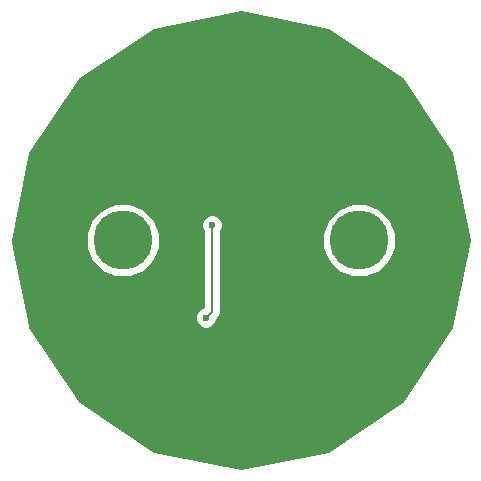
<source format=gbr>
G04 #@! TF.FileFunction,Copper,L2,Bot,Signal*
%FSLAX46Y46*%
G04 Gerber Fmt 4.6, Leading zero omitted, Abs format (unit mm)*
G04 Created by KiCad (PCBNEW 4.0.4-stable) date 03/19/18 23:17:59*
%MOMM*%
%LPD*%
G01*
G04 APERTURE LIST*
%ADD10C,0.100000*%
%ADD11C,5.000000*%
%ADD12C,0.600000*%
%ADD13C,0.200000*%
%ADD14C,0.254000*%
G04 APERTURE END LIST*
D10*
D11*
X110000000Y-100000000D03*
X90000000Y-100000000D03*
D12*
X97050000Y-106560000D03*
X97570000Y-98720000D03*
X104430000Y-106430000D03*
X93440000Y-94350000D03*
D13*
X97050000Y-106560000D02*
X97570000Y-106040000D01*
X97570000Y-106040000D02*
X97570000Y-98720000D01*
D14*
G36*
X107381963Y-82178364D02*
X113640090Y-86359910D01*
X117821636Y-92618037D01*
X119290000Y-100000000D01*
X117821636Y-107381963D01*
X113640090Y-113640090D01*
X107381963Y-117821636D01*
X100000000Y-119290000D01*
X92618037Y-117821636D01*
X86359910Y-113640090D01*
X82178364Y-107381963D01*
X82051698Y-106745167D01*
X96114838Y-106745167D01*
X96256883Y-107088943D01*
X96519673Y-107352192D01*
X96863201Y-107494838D01*
X97235167Y-107495162D01*
X97578943Y-107353117D01*
X97842192Y-107090327D01*
X97984838Y-106746799D01*
X97984910Y-106664537D01*
X98089723Y-106559724D01*
X98249051Y-106321272D01*
X98305000Y-106040000D01*
X98305000Y-100620854D01*
X106864457Y-100620854D01*
X107340727Y-101773515D01*
X108221847Y-102656174D01*
X109373674Y-103134454D01*
X110620854Y-103135543D01*
X111773515Y-102659273D01*
X112656174Y-101778153D01*
X113134454Y-100626326D01*
X113135543Y-99379146D01*
X112659273Y-98226485D01*
X111778153Y-97343826D01*
X110626326Y-96865546D01*
X109379146Y-96864457D01*
X108226485Y-97340727D01*
X107343826Y-98221847D01*
X106865546Y-99373674D01*
X106864457Y-100620854D01*
X98305000Y-100620854D01*
X98305000Y-99307419D01*
X98362192Y-99250327D01*
X98504838Y-98906799D01*
X98505162Y-98534833D01*
X98363117Y-98191057D01*
X98100327Y-97927808D01*
X97756799Y-97785162D01*
X97384833Y-97784838D01*
X97041057Y-97926883D01*
X96777808Y-98189673D01*
X96635162Y-98533201D01*
X96634838Y-98905167D01*
X96776883Y-99248943D01*
X96835000Y-99307162D01*
X96835000Y-105637165D01*
X96521057Y-105766883D01*
X96257808Y-106029673D01*
X96115162Y-106373201D01*
X96114838Y-106745167D01*
X82051698Y-106745167D01*
X80833496Y-100620854D01*
X86864457Y-100620854D01*
X87340727Y-101773515D01*
X88221847Y-102656174D01*
X89373674Y-103134454D01*
X90620854Y-103135543D01*
X91773515Y-102659273D01*
X92656174Y-101778153D01*
X93134454Y-100626326D01*
X93135543Y-99379146D01*
X92659273Y-98226485D01*
X91778153Y-97343826D01*
X90626326Y-96865546D01*
X89379146Y-96864457D01*
X88226485Y-97340727D01*
X87343826Y-98221847D01*
X86865546Y-99373674D01*
X86864457Y-100620854D01*
X80833496Y-100620854D01*
X80710000Y-100000000D01*
X82178364Y-92618037D01*
X86359910Y-86359910D01*
X92618037Y-82178364D01*
X100000000Y-80710000D01*
X107381963Y-82178364D01*
X107381963Y-82178364D01*
G37*
X107381963Y-82178364D02*
X113640090Y-86359910D01*
X117821636Y-92618037D01*
X119290000Y-100000000D01*
X117821636Y-107381963D01*
X113640090Y-113640090D01*
X107381963Y-117821636D01*
X100000000Y-119290000D01*
X92618037Y-117821636D01*
X86359910Y-113640090D01*
X82178364Y-107381963D01*
X82051698Y-106745167D01*
X96114838Y-106745167D01*
X96256883Y-107088943D01*
X96519673Y-107352192D01*
X96863201Y-107494838D01*
X97235167Y-107495162D01*
X97578943Y-107353117D01*
X97842192Y-107090327D01*
X97984838Y-106746799D01*
X97984910Y-106664537D01*
X98089723Y-106559724D01*
X98249051Y-106321272D01*
X98305000Y-106040000D01*
X98305000Y-100620854D01*
X106864457Y-100620854D01*
X107340727Y-101773515D01*
X108221847Y-102656174D01*
X109373674Y-103134454D01*
X110620854Y-103135543D01*
X111773515Y-102659273D01*
X112656174Y-101778153D01*
X113134454Y-100626326D01*
X113135543Y-99379146D01*
X112659273Y-98226485D01*
X111778153Y-97343826D01*
X110626326Y-96865546D01*
X109379146Y-96864457D01*
X108226485Y-97340727D01*
X107343826Y-98221847D01*
X106865546Y-99373674D01*
X106864457Y-100620854D01*
X98305000Y-100620854D01*
X98305000Y-99307419D01*
X98362192Y-99250327D01*
X98504838Y-98906799D01*
X98505162Y-98534833D01*
X98363117Y-98191057D01*
X98100327Y-97927808D01*
X97756799Y-97785162D01*
X97384833Y-97784838D01*
X97041057Y-97926883D01*
X96777808Y-98189673D01*
X96635162Y-98533201D01*
X96634838Y-98905167D01*
X96776883Y-99248943D01*
X96835000Y-99307162D01*
X96835000Y-105637165D01*
X96521057Y-105766883D01*
X96257808Y-106029673D01*
X96115162Y-106373201D01*
X96114838Y-106745167D01*
X82051698Y-106745167D01*
X80833496Y-100620854D01*
X86864457Y-100620854D01*
X87340727Y-101773515D01*
X88221847Y-102656174D01*
X89373674Y-103134454D01*
X90620854Y-103135543D01*
X91773515Y-102659273D01*
X92656174Y-101778153D01*
X93134454Y-100626326D01*
X93135543Y-99379146D01*
X92659273Y-98226485D01*
X91778153Y-97343826D01*
X90626326Y-96865546D01*
X89379146Y-96864457D01*
X88226485Y-97340727D01*
X87343826Y-98221847D01*
X86865546Y-99373674D01*
X86864457Y-100620854D01*
X80833496Y-100620854D01*
X80710000Y-100000000D01*
X82178364Y-92618037D01*
X86359910Y-86359910D01*
X92618037Y-82178364D01*
X100000000Y-80710000D01*
X107381963Y-82178364D01*
M02*

</source>
